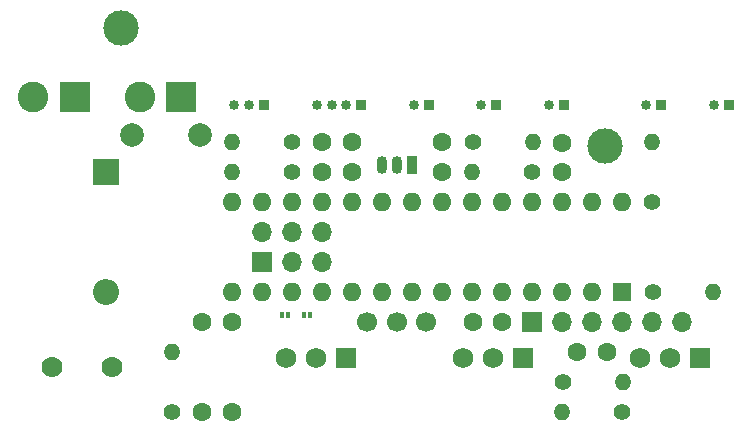
<source format=gts>
G04 #@! TF.FileFunction,Soldermask,Top*
%FSLAX46Y46*%
G04 Gerber Fmt 4.6, Leading zero omitted, Abs format (unit mm)*
G04 Created by KiCad (PCBNEW 4.0.7) date 08/08/19 19:02:58*
%MOMM*%
%LPD*%
G01*
G04 APERTURE LIST*
%ADD10C,0.100000*%
%ADD11R,2.200000X2.200000*%
%ADD12O,2.200000X2.200000*%
%ADD13C,2.000000*%
%ADD14C,1.778000*%
%ADD15R,1.700000X1.700000*%
%ADD16O,1.700000X1.700000*%
%ADD17C,3.000000*%
%ADD18C,1.750000*%
%ADD19R,1.750000X1.750000*%
%ADD20R,1.600000X1.600000*%
%ADD21O,1.600000X1.600000*%
%ADD22R,2.600000X2.600000*%
%ADD23C,2.600000*%
%ADD24C,1.700000*%
%ADD25C,1.400000*%
%ADD26O,1.400000X1.400000*%
%ADD27C,1.600000*%
%ADD28O,0.900000X1.500000*%
%ADD29R,0.900000X1.500000*%
%ADD30R,0.850000X0.850000*%
%ADD31C,0.850000*%
%ADD32R,0.400000X0.600000*%
G04 APERTURE END LIST*
D10*
D11*
X125720000Y-92615000D03*
D12*
X125720000Y-102775000D03*
D13*
X127900000Y-89440000D03*
X133700000Y-89440000D03*
D14*
X126228000Y-109125000D03*
X121148000Y-109125000D03*
D15*
X161788000Y-105315000D03*
D16*
X164328000Y-105315000D03*
X166868000Y-105315000D03*
X169408000Y-105315000D03*
X171948000Y-105315000D03*
X174488000Y-105315000D03*
D17*
X167998000Y-90365000D03*
D18*
X170918000Y-108365000D03*
X173458000Y-108365000D03*
D19*
X175998000Y-108365000D03*
D17*
X126998000Y-80365000D03*
D20*
X169408000Y-102775000D03*
D21*
X136388000Y-95155000D03*
X166868000Y-102775000D03*
X138928000Y-95155000D03*
X164328000Y-102775000D03*
X141468000Y-95155000D03*
X161788000Y-102775000D03*
X144008000Y-95155000D03*
X159248000Y-102775000D03*
X146548000Y-95155000D03*
X156708000Y-102775000D03*
X149088000Y-95155000D03*
X154168000Y-102775000D03*
X151628000Y-95155000D03*
X151628000Y-102775000D03*
X154168000Y-95155000D03*
X149088000Y-102775000D03*
X156708000Y-95155000D03*
X146548000Y-102775000D03*
X159248000Y-95155000D03*
X144008000Y-102775000D03*
X161788000Y-95155000D03*
X141468000Y-102775000D03*
X164328000Y-95155000D03*
X138928000Y-102775000D03*
X166868000Y-95155000D03*
X136388000Y-102775000D03*
X169408000Y-95155000D03*
D22*
X132070000Y-86265000D03*
D23*
X128570000Y-86265000D03*
D22*
X123053000Y-86265000D03*
D23*
X119553000Y-86265000D03*
D24*
X147818000Y-105315000D03*
X150318000Y-105315000D03*
X152818000Y-105315000D03*
D25*
X164368000Y-110395000D03*
D26*
X169448000Y-110395000D03*
D25*
X169368000Y-112935000D03*
D26*
X164288000Y-112935000D03*
D27*
X154168000Y-90075000D03*
X154168000Y-92575000D03*
X146548000Y-90075000D03*
X146548000Y-92575000D03*
X159248000Y-105315000D03*
X156748000Y-105315000D03*
D28*
X150358000Y-91980000D03*
X149088000Y-91980000D03*
D29*
X151628000Y-91980000D03*
D27*
X144008000Y-90075000D03*
X144008000Y-92575000D03*
X165598000Y-107855000D03*
X168098000Y-107855000D03*
D25*
X171988000Y-102775000D03*
D26*
X177068000Y-102775000D03*
D27*
X164328000Y-92615000D03*
X164328000Y-90115000D03*
D25*
X156748000Y-90075000D03*
D26*
X161828000Y-90075000D03*
D25*
X161748000Y-92615000D03*
D26*
X156668000Y-92615000D03*
D18*
X155918000Y-108365000D03*
X158458000Y-108365000D03*
D19*
X160998000Y-108365000D03*
D18*
X140918000Y-108365000D03*
X143458000Y-108365000D03*
D19*
X145998000Y-108365000D03*
D25*
X141428000Y-92615000D03*
D26*
X136348000Y-92615000D03*
D25*
X141428000Y-90075000D03*
D26*
X136348000Y-90075000D03*
D25*
X171948000Y-95115000D03*
D26*
X171948000Y-90035000D03*
D27*
X133848000Y-105315000D03*
X133848000Y-112935000D03*
X136388000Y-105315000D03*
X136388000Y-112935000D03*
D25*
X131308000Y-112895000D03*
D26*
X131308000Y-107815000D03*
D15*
X138928000Y-100235000D03*
D16*
X138928000Y-97695000D03*
X141468000Y-100235000D03*
X141468000Y-97695000D03*
X144008000Y-100235000D03*
X144008000Y-97695000D03*
D30*
X158740000Y-86900000D03*
D31*
X157490000Y-86900000D03*
D30*
X147310000Y-86900000D03*
D31*
X146060000Y-86900000D03*
X144810000Y-86900000D03*
X143560000Y-86900000D03*
D30*
X153025000Y-86900000D03*
D31*
X151775000Y-86900000D03*
D30*
X178425000Y-86900000D03*
D31*
X177175000Y-86900000D03*
D30*
X164455000Y-86900000D03*
D31*
X163205000Y-86900000D03*
D30*
X139055000Y-86900000D03*
D31*
X137805000Y-86900000D03*
X136555000Y-86900000D03*
D32*
X140583000Y-104680000D03*
X141083000Y-104680000D03*
D30*
X172710000Y-86900000D03*
D31*
X171460000Y-86900000D03*
D32*
X142988000Y-104680000D03*
X142488000Y-104680000D03*
M02*

</source>
